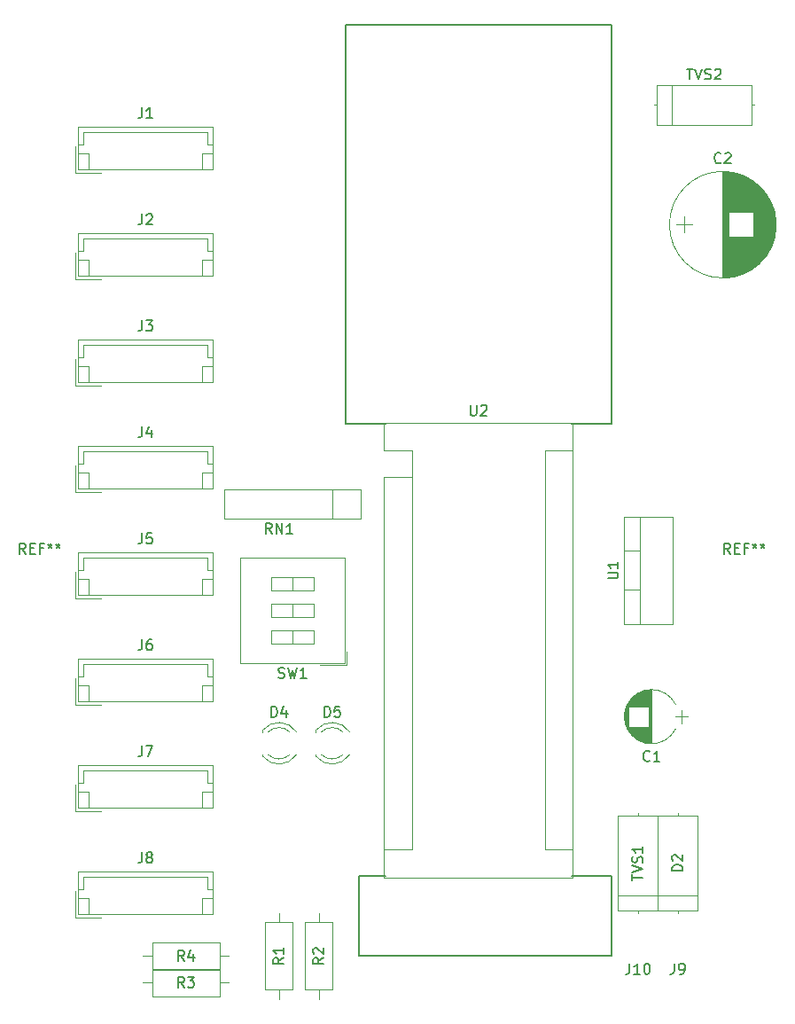
<source format=gto>
G04 #@! TF.FileFunction,Legend,Top*
%FSLAX46Y46*%
G04 Gerber Fmt 4.6, Leading zero omitted, Abs format (unit mm)*
G04 Created by KiCad (PCBNEW 4.0.7) date 03/08/18 20:01:15*
%MOMM*%
%LPD*%
G01*
G04 APERTURE LIST*
%ADD10C,0.200000*%
%ADD11C,0.150000*%
%ADD12C,0.120000*%
G04 APERTURE END LIST*
D10*
D11*
X189230000Y-156210000D02*
X187960000Y-156210000D01*
X187960000Y-148590000D02*
X189230000Y-148590000D01*
X187960000Y-67310000D02*
X189230000Y-67310000D01*
X163830000Y-67310000D02*
X166370000Y-67310000D01*
X166370000Y-105410000D02*
X163830000Y-105410000D01*
X187960000Y-105410000D02*
X189230000Y-105410000D01*
X185420000Y-148590000D02*
X187960000Y-148590000D01*
X189230000Y-148590000D02*
X189230000Y-156210000D01*
X187960000Y-156210000D02*
X165100000Y-156210000D01*
X165100000Y-156210000D02*
X165100000Y-148590000D01*
X165100000Y-148590000D02*
X167640000Y-148590000D01*
X185420000Y-105410000D02*
X187960000Y-105410000D01*
X189230000Y-105410000D02*
X189230000Y-67310000D01*
X187960000Y-67310000D02*
X166370000Y-67310000D01*
X163830000Y-67310000D02*
X163830000Y-105410000D01*
X166370000Y-105410000D02*
X167640000Y-105410000D01*
D12*
X170180000Y-110490000D02*
X170180000Y-107950000D01*
X170180000Y-107950000D02*
X167510000Y-107950000D01*
X167510000Y-110490000D02*
X167510000Y-148720000D01*
X167510000Y-105280000D02*
X167510000Y-107950000D01*
X182880000Y-107950000D02*
X185550000Y-107950000D01*
X182880000Y-107950000D02*
X182880000Y-146050000D01*
X182880000Y-146050000D02*
X185550000Y-146050000D01*
X170180000Y-110490000D02*
X167510000Y-110490000D01*
X170180000Y-110490000D02*
X170180000Y-146050000D01*
X170180000Y-146050000D02*
X167510000Y-146050000D01*
X167510000Y-148720000D02*
X185550000Y-148720000D01*
X185550000Y-148720000D02*
X185550000Y-105280000D01*
X185550000Y-105280000D02*
X167510000Y-105280000D01*
X190420000Y-124500000D02*
X190420000Y-114260000D01*
X195061000Y-124500000D02*
X195061000Y-114260000D01*
X190420000Y-124500000D02*
X195061000Y-124500000D01*
X190420000Y-114260000D02*
X195061000Y-114260000D01*
X191930000Y-124500000D02*
X191930000Y-114260000D01*
X190420000Y-121230000D02*
X191930000Y-121230000D01*
X190420000Y-117529000D02*
X191930000Y-117529000D01*
X193670000Y-151830000D02*
X197490000Y-151830000D01*
X197490000Y-151830000D02*
X197490000Y-142810000D01*
X197490000Y-142810000D02*
X193670000Y-142810000D01*
X193670000Y-142810000D02*
X193670000Y-151830000D01*
X195580000Y-152090000D02*
X195580000Y-151830000D01*
X195580000Y-142550000D02*
X195580000Y-142810000D01*
X193670000Y-150435000D02*
X197490000Y-150435000D01*
X204960000Y-86360000D02*
G75*
G03X204960000Y-86360000I-5090000J0D01*
G01*
X199870000Y-81310000D02*
X199870000Y-91410000D01*
X199910000Y-81310000D02*
X199910000Y-91410000D01*
X199950000Y-81310000D02*
X199950000Y-91410000D01*
X199990000Y-81311000D02*
X199990000Y-91409000D01*
X200030000Y-81312000D02*
X200030000Y-91408000D01*
X200070000Y-81313000D02*
X200070000Y-91407000D01*
X200110000Y-81315000D02*
X200110000Y-91405000D01*
X200150000Y-81317000D02*
X200150000Y-91403000D01*
X200190000Y-81320000D02*
X200190000Y-91400000D01*
X200230000Y-81322000D02*
X200230000Y-91398000D01*
X200270000Y-81325000D02*
X200270000Y-91395000D01*
X200310000Y-81329000D02*
X200310000Y-91391000D01*
X200350000Y-81332000D02*
X200350000Y-91388000D01*
X200390000Y-81336000D02*
X200390000Y-91384000D01*
X200430000Y-81340000D02*
X200430000Y-91380000D01*
X200470000Y-81345000D02*
X200470000Y-85179000D01*
X200470000Y-87541000D02*
X200470000Y-91375000D01*
X200510000Y-81350000D02*
X200510000Y-85179000D01*
X200510000Y-87541000D02*
X200510000Y-91370000D01*
X200550000Y-81355000D02*
X200550000Y-85179000D01*
X200550000Y-87541000D02*
X200550000Y-91365000D01*
X200591000Y-81361000D02*
X200591000Y-85179000D01*
X200591000Y-87541000D02*
X200591000Y-91359000D01*
X200631000Y-81367000D02*
X200631000Y-85179000D01*
X200631000Y-87541000D02*
X200631000Y-91353000D01*
X200671000Y-81373000D02*
X200671000Y-85179000D01*
X200671000Y-87541000D02*
X200671000Y-91347000D01*
X200711000Y-81379000D02*
X200711000Y-85179000D01*
X200711000Y-87541000D02*
X200711000Y-91341000D01*
X200751000Y-81386000D02*
X200751000Y-85179000D01*
X200751000Y-87541000D02*
X200751000Y-91334000D01*
X200791000Y-81393000D02*
X200791000Y-85179000D01*
X200791000Y-87541000D02*
X200791000Y-91327000D01*
X200831000Y-81401000D02*
X200831000Y-85179000D01*
X200831000Y-87541000D02*
X200831000Y-91319000D01*
X200871000Y-81409000D02*
X200871000Y-85179000D01*
X200871000Y-87541000D02*
X200871000Y-91311000D01*
X200911000Y-81417000D02*
X200911000Y-85179000D01*
X200911000Y-87541000D02*
X200911000Y-91303000D01*
X200951000Y-81425000D02*
X200951000Y-85179000D01*
X200951000Y-87541000D02*
X200951000Y-91295000D01*
X200991000Y-81434000D02*
X200991000Y-85179000D01*
X200991000Y-87541000D02*
X200991000Y-91286000D01*
X201031000Y-81443000D02*
X201031000Y-85179000D01*
X201031000Y-87541000D02*
X201031000Y-91277000D01*
X201071000Y-81453000D02*
X201071000Y-85179000D01*
X201071000Y-87541000D02*
X201071000Y-91267000D01*
X201111000Y-81463000D02*
X201111000Y-85179000D01*
X201111000Y-87541000D02*
X201111000Y-91257000D01*
X201151000Y-81473000D02*
X201151000Y-85179000D01*
X201151000Y-87541000D02*
X201151000Y-91247000D01*
X201191000Y-81484000D02*
X201191000Y-85179000D01*
X201191000Y-87541000D02*
X201191000Y-91236000D01*
X201231000Y-81495000D02*
X201231000Y-85179000D01*
X201231000Y-87541000D02*
X201231000Y-91225000D01*
X201271000Y-81506000D02*
X201271000Y-85179000D01*
X201271000Y-87541000D02*
X201271000Y-91214000D01*
X201311000Y-81517000D02*
X201311000Y-85179000D01*
X201311000Y-87541000D02*
X201311000Y-91203000D01*
X201351000Y-81529000D02*
X201351000Y-85179000D01*
X201351000Y-87541000D02*
X201351000Y-91191000D01*
X201391000Y-81542000D02*
X201391000Y-85179000D01*
X201391000Y-87541000D02*
X201391000Y-91178000D01*
X201431000Y-81554000D02*
X201431000Y-85179000D01*
X201431000Y-87541000D02*
X201431000Y-91166000D01*
X201471000Y-81568000D02*
X201471000Y-85179000D01*
X201471000Y-87541000D02*
X201471000Y-91152000D01*
X201511000Y-81581000D02*
X201511000Y-85179000D01*
X201511000Y-87541000D02*
X201511000Y-91139000D01*
X201551000Y-81595000D02*
X201551000Y-85179000D01*
X201551000Y-87541000D02*
X201551000Y-91125000D01*
X201591000Y-81609000D02*
X201591000Y-85179000D01*
X201591000Y-87541000D02*
X201591000Y-91111000D01*
X201631000Y-81623000D02*
X201631000Y-85179000D01*
X201631000Y-87541000D02*
X201631000Y-91097000D01*
X201671000Y-81638000D02*
X201671000Y-85179000D01*
X201671000Y-87541000D02*
X201671000Y-91082000D01*
X201711000Y-81654000D02*
X201711000Y-85179000D01*
X201711000Y-87541000D02*
X201711000Y-91066000D01*
X201751000Y-81669000D02*
X201751000Y-85179000D01*
X201751000Y-87541000D02*
X201751000Y-91051000D01*
X201791000Y-81686000D02*
X201791000Y-85179000D01*
X201791000Y-87541000D02*
X201791000Y-91034000D01*
X201831000Y-81702000D02*
X201831000Y-85179000D01*
X201831000Y-87541000D02*
X201831000Y-91018000D01*
X201871000Y-81719000D02*
X201871000Y-85179000D01*
X201871000Y-87541000D02*
X201871000Y-91001000D01*
X201911000Y-81736000D02*
X201911000Y-85179000D01*
X201911000Y-87541000D02*
X201911000Y-90984000D01*
X201951000Y-81754000D02*
X201951000Y-85179000D01*
X201951000Y-87541000D02*
X201951000Y-90966000D01*
X201991000Y-81772000D02*
X201991000Y-85179000D01*
X201991000Y-87541000D02*
X201991000Y-90948000D01*
X202031000Y-81791000D02*
X202031000Y-85179000D01*
X202031000Y-87541000D02*
X202031000Y-90929000D01*
X202071000Y-81810000D02*
X202071000Y-85179000D01*
X202071000Y-87541000D02*
X202071000Y-90910000D01*
X202111000Y-81829000D02*
X202111000Y-85179000D01*
X202111000Y-87541000D02*
X202111000Y-90891000D01*
X202151000Y-81849000D02*
X202151000Y-85179000D01*
X202151000Y-87541000D02*
X202151000Y-90871000D01*
X202191000Y-81869000D02*
X202191000Y-85179000D01*
X202191000Y-87541000D02*
X202191000Y-90851000D01*
X202231000Y-81890000D02*
X202231000Y-85179000D01*
X202231000Y-87541000D02*
X202231000Y-90830000D01*
X202271000Y-81911000D02*
X202271000Y-85179000D01*
X202271000Y-87541000D02*
X202271000Y-90809000D01*
X202311000Y-81932000D02*
X202311000Y-85179000D01*
X202311000Y-87541000D02*
X202311000Y-90788000D01*
X202351000Y-81955000D02*
X202351000Y-85179000D01*
X202351000Y-87541000D02*
X202351000Y-90765000D01*
X202391000Y-81977000D02*
X202391000Y-85179000D01*
X202391000Y-87541000D02*
X202391000Y-90743000D01*
X202431000Y-82000000D02*
X202431000Y-85179000D01*
X202431000Y-87541000D02*
X202431000Y-90720000D01*
X202471000Y-82024000D02*
X202471000Y-85179000D01*
X202471000Y-87541000D02*
X202471000Y-90696000D01*
X202511000Y-82048000D02*
X202511000Y-85179000D01*
X202511000Y-87541000D02*
X202511000Y-90672000D01*
X202551000Y-82072000D02*
X202551000Y-85179000D01*
X202551000Y-87541000D02*
X202551000Y-90648000D01*
X202591000Y-82097000D02*
X202591000Y-85179000D01*
X202591000Y-87541000D02*
X202591000Y-90623000D01*
X202631000Y-82123000D02*
X202631000Y-85179000D01*
X202631000Y-87541000D02*
X202631000Y-90597000D01*
X202671000Y-82149000D02*
X202671000Y-85179000D01*
X202671000Y-87541000D02*
X202671000Y-90571000D01*
X202711000Y-82175000D02*
X202711000Y-85179000D01*
X202711000Y-87541000D02*
X202711000Y-90545000D01*
X202751000Y-82203000D02*
X202751000Y-85179000D01*
X202751000Y-87541000D02*
X202751000Y-90517000D01*
X202791000Y-82230000D02*
X202791000Y-85179000D01*
X202791000Y-87541000D02*
X202791000Y-90490000D01*
X202831000Y-82259000D02*
X202831000Y-90461000D01*
X202871000Y-82288000D02*
X202871000Y-90432000D01*
X202911000Y-82317000D02*
X202911000Y-90403000D01*
X202951000Y-82347000D02*
X202951000Y-90373000D01*
X202991000Y-82378000D02*
X202991000Y-90342000D01*
X203031000Y-82409000D02*
X203031000Y-90311000D01*
X203071000Y-82441000D02*
X203071000Y-90279000D01*
X203111000Y-82474000D02*
X203111000Y-90246000D01*
X203151000Y-82507000D02*
X203151000Y-90213000D01*
X203191000Y-82541000D02*
X203191000Y-90179000D01*
X203231000Y-82576000D02*
X203231000Y-90144000D01*
X203271000Y-82612000D02*
X203271000Y-90108000D01*
X203311000Y-82648000D02*
X203311000Y-90072000D01*
X203351000Y-82685000D02*
X203351000Y-90035000D01*
X203391000Y-82723000D02*
X203391000Y-89997000D01*
X203431000Y-82762000D02*
X203431000Y-89958000D01*
X203471000Y-82801000D02*
X203471000Y-89919000D01*
X203511000Y-82842000D02*
X203511000Y-89878000D01*
X203551000Y-82883000D02*
X203551000Y-89837000D01*
X203591000Y-82925000D02*
X203591000Y-89795000D01*
X203631000Y-82969000D02*
X203631000Y-89751000D01*
X203671000Y-83013000D02*
X203671000Y-89707000D01*
X203711000Y-83058000D02*
X203711000Y-89662000D01*
X203751000Y-83105000D02*
X203751000Y-89615000D01*
X203791000Y-83153000D02*
X203791000Y-89567000D01*
X203831000Y-83202000D02*
X203831000Y-89518000D01*
X203871000Y-83252000D02*
X203871000Y-89468000D01*
X203911000Y-83303000D02*
X203911000Y-89417000D01*
X203951000Y-83356000D02*
X203951000Y-89364000D01*
X203991000Y-83411000D02*
X203991000Y-89309000D01*
X204031000Y-83466000D02*
X204031000Y-89254000D01*
X204071000Y-83524000D02*
X204071000Y-89196000D01*
X204111000Y-83583000D02*
X204111000Y-89137000D01*
X204151000Y-83645000D02*
X204151000Y-89075000D01*
X204191000Y-83708000D02*
X204191000Y-89012000D01*
X204231000Y-83773000D02*
X204231000Y-88947000D01*
X204271000Y-83841000D02*
X204271000Y-88879000D01*
X204311000Y-83911000D02*
X204311000Y-88809000D01*
X204351000Y-83983000D02*
X204351000Y-88737000D01*
X204391000Y-84059000D02*
X204391000Y-88661000D01*
X204431000Y-84138000D02*
X204431000Y-88582000D01*
X204471000Y-84220000D02*
X204471000Y-88500000D01*
X204511000Y-84307000D02*
X204511000Y-88413000D01*
X204551000Y-84398000D02*
X204551000Y-88322000D01*
X204591000Y-84494000D02*
X204591000Y-88226000D01*
X204631000Y-84597000D02*
X204631000Y-88123000D01*
X204671000Y-84706000D02*
X204671000Y-88014000D01*
X204711000Y-84824000D02*
X204711000Y-87896000D01*
X204751000Y-84953000D02*
X204751000Y-87767000D01*
X204791000Y-85095000D02*
X204791000Y-87625000D01*
X204831000Y-85256000D02*
X204831000Y-87464000D01*
X204871000Y-85447000D02*
X204871000Y-87273000D01*
X204911000Y-85688000D02*
X204911000Y-87032000D01*
X204951000Y-86081000D02*
X204951000Y-86639000D01*
X195420000Y-86360000D02*
X196920000Y-86360000D01*
X196170000Y-85610000D02*
X196170000Y-87110000D01*
X165270000Y-114430000D02*
X165270000Y-111630000D01*
X165270000Y-111630000D02*
X152230000Y-111630000D01*
X152230000Y-111630000D02*
X152230000Y-114430000D01*
X152230000Y-114430000D02*
X165270000Y-114430000D01*
X162560000Y-114430000D02*
X162560000Y-111630000D01*
X159152335Y-134811392D02*
G75*
G03X155920000Y-134654484I-1672335J-1078608D01*
G01*
X159152335Y-136968608D02*
G75*
G02X155920000Y-137125516I-1672335J1078608D01*
G01*
X158521130Y-134810163D02*
G75*
G03X156439039Y-134810000I-1041130J-1079837D01*
G01*
X158521130Y-136969837D02*
G75*
G02X156439039Y-136970000I-1041130J1079837D01*
G01*
X155920000Y-134654000D02*
X155920000Y-134810000D01*
X155920000Y-136970000D02*
X155920000Y-137126000D01*
X164232335Y-134811392D02*
G75*
G03X161000000Y-134654484I-1672335J-1078608D01*
G01*
X164232335Y-136968608D02*
G75*
G02X161000000Y-137125516I-1672335J1078608D01*
G01*
X163601130Y-134810163D02*
G75*
G03X161519039Y-134810000I-1041130J-1079837D01*
G01*
X163601130Y-136969837D02*
G75*
G02X161519039Y-136970000I-1041130J1079837D01*
G01*
X161000000Y-134654000D02*
X161000000Y-134810000D01*
X161000000Y-136970000D02*
X161000000Y-137126000D01*
X156170000Y-159420000D02*
X158790000Y-159420000D01*
X158790000Y-159420000D02*
X158790000Y-153000000D01*
X158790000Y-153000000D02*
X156170000Y-153000000D01*
X156170000Y-153000000D02*
X156170000Y-159420000D01*
X157480000Y-160310000D02*
X157480000Y-159420000D01*
X157480000Y-152110000D02*
X157480000Y-153000000D01*
X159980000Y-159420000D02*
X162600000Y-159420000D01*
X162600000Y-159420000D02*
X162600000Y-153000000D01*
X162600000Y-153000000D02*
X159980000Y-153000000D01*
X159980000Y-153000000D02*
X159980000Y-159420000D01*
X161290000Y-160310000D02*
X161290000Y-159420000D01*
X161290000Y-152110000D02*
X161290000Y-153000000D01*
X190754278Y-134529723D02*
G75*
G03X195365580Y-134530000I2305722J1179723D01*
G01*
X190754278Y-132170277D02*
G75*
G02X195365580Y-132170000I2305722J-1179723D01*
G01*
X190754278Y-132170277D02*
G75*
G03X190754420Y-134530000I2305722J-1179723D01*
G01*
X193060000Y-135900000D02*
X193060000Y-130800000D01*
X193020000Y-135900000D02*
X193020000Y-130800000D01*
X192980000Y-135899000D02*
X192980000Y-130801000D01*
X192940000Y-135898000D02*
X192940000Y-130802000D01*
X192900000Y-135896000D02*
X192900000Y-130804000D01*
X192860000Y-135893000D02*
X192860000Y-130807000D01*
X192820000Y-135889000D02*
X192820000Y-130811000D01*
X192780000Y-135885000D02*
X192780000Y-134330000D01*
X192780000Y-132370000D02*
X192780000Y-130815000D01*
X192740000Y-135881000D02*
X192740000Y-134330000D01*
X192740000Y-132370000D02*
X192740000Y-130819000D01*
X192700000Y-135875000D02*
X192700000Y-134330000D01*
X192700000Y-132370000D02*
X192700000Y-130825000D01*
X192660000Y-135869000D02*
X192660000Y-134330000D01*
X192660000Y-132370000D02*
X192660000Y-130831000D01*
X192620000Y-135863000D02*
X192620000Y-134330000D01*
X192620000Y-132370000D02*
X192620000Y-130837000D01*
X192580000Y-135856000D02*
X192580000Y-134330000D01*
X192580000Y-132370000D02*
X192580000Y-130844000D01*
X192540000Y-135848000D02*
X192540000Y-134330000D01*
X192540000Y-132370000D02*
X192540000Y-130852000D01*
X192500000Y-135839000D02*
X192500000Y-134330000D01*
X192500000Y-132370000D02*
X192500000Y-130861000D01*
X192460000Y-135830000D02*
X192460000Y-134330000D01*
X192460000Y-132370000D02*
X192460000Y-130870000D01*
X192420000Y-135820000D02*
X192420000Y-134330000D01*
X192420000Y-132370000D02*
X192420000Y-130880000D01*
X192380000Y-135810000D02*
X192380000Y-134330000D01*
X192380000Y-132370000D02*
X192380000Y-130890000D01*
X192339000Y-135798000D02*
X192339000Y-134330000D01*
X192339000Y-132370000D02*
X192339000Y-130902000D01*
X192299000Y-135786000D02*
X192299000Y-134330000D01*
X192299000Y-132370000D02*
X192299000Y-130914000D01*
X192259000Y-135774000D02*
X192259000Y-134330000D01*
X192259000Y-132370000D02*
X192259000Y-130926000D01*
X192219000Y-135760000D02*
X192219000Y-134330000D01*
X192219000Y-132370000D02*
X192219000Y-130940000D01*
X192179000Y-135746000D02*
X192179000Y-134330000D01*
X192179000Y-132370000D02*
X192179000Y-130954000D01*
X192139000Y-135732000D02*
X192139000Y-134330000D01*
X192139000Y-132370000D02*
X192139000Y-130968000D01*
X192099000Y-135716000D02*
X192099000Y-134330000D01*
X192099000Y-132370000D02*
X192099000Y-130984000D01*
X192059000Y-135700000D02*
X192059000Y-134330000D01*
X192059000Y-132370000D02*
X192059000Y-131000000D01*
X192019000Y-135683000D02*
X192019000Y-134330000D01*
X192019000Y-132370000D02*
X192019000Y-131017000D01*
X191979000Y-135665000D02*
X191979000Y-134330000D01*
X191979000Y-132370000D02*
X191979000Y-131035000D01*
X191939000Y-135646000D02*
X191939000Y-134330000D01*
X191939000Y-132370000D02*
X191939000Y-131054000D01*
X191899000Y-135626000D02*
X191899000Y-134330000D01*
X191899000Y-132370000D02*
X191899000Y-131074000D01*
X191859000Y-135606000D02*
X191859000Y-134330000D01*
X191859000Y-132370000D02*
X191859000Y-131094000D01*
X191819000Y-135584000D02*
X191819000Y-134330000D01*
X191819000Y-132370000D02*
X191819000Y-131116000D01*
X191779000Y-135562000D02*
X191779000Y-134330000D01*
X191779000Y-132370000D02*
X191779000Y-131138000D01*
X191739000Y-135539000D02*
X191739000Y-134330000D01*
X191739000Y-132370000D02*
X191739000Y-131161000D01*
X191699000Y-135515000D02*
X191699000Y-134330000D01*
X191699000Y-132370000D02*
X191699000Y-131185000D01*
X191659000Y-135490000D02*
X191659000Y-134330000D01*
X191659000Y-132370000D02*
X191659000Y-131210000D01*
X191619000Y-135463000D02*
X191619000Y-134330000D01*
X191619000Y-132370000D02*
X191619000Y-131237000D01*
X191579000Y-135436000D02*
X191579000Y-134330000D01*
X191579000Y-132370000D02*
X191579000Y-131264000D01*
X191539000Y-135408000D02*
X191539000Y-134330000D01*
X191539000Y-132370000D02*
X191539000Y-131292000D01*
X191499000Y-135378000D02*
X191499000Y-134330000D01*
X191499000Y-132370000D02*
X191499000Y-131322000D01*
X191459000Y-135347000D02*
X191459000Y-134330000D01*
X191459000Y-132370000D02*
X191459000Y-131353000D01*
X191419000Y-135315000D02*
X191419000Y-134330000D01*
X191419000Y-132370000D02*
X191419000Y-131385000D01*
X191379000Y-135282000D02*
X191379000Y-134330000D01*
X191379000Y-132370000D02*
X191379000Y-131418000D01*
X191339000Y-135247000D02*
X191339000Y-134330000D01*
X191339000Y-132370000D02*
X191339000Y-131453000D01*
X191299000Y-135211000D02*
X191299000Y-134330000D01*
X191299000Y-132370000D02*
X191299000Y-131489000D01*
X191259000Y-135173000D02*
X191259000Y-134330000D01*
X191259000Y-132370000D02*
X191259000Y-131527000D01*
X191219000Y-135133000D02*
X191219000Y-134330000D01*
X191219000Y-132370000D02*
X191219000Y-131567000D01*
X191179000Y-135092000D02*
X191179000Y-134330000D01*
X191179000Y-132370000D02*
X191179000Y-131608000D01*
X191139000Y-135049000D02*
X191139000Y-134330000D01*
X191139000Y-132370000D02*
X191139000Y-131651000D01*
X191099000Y-135004000D02*
X191099000Y-134330000D01*
X191099000Y-132370000D02*
X191099000Y-131696000D01*
X191059000Y-134956000D02*
X191059000Y-134330000D01*
X191059000Y-132370000D02*
X191059000Y-131744000D01*
X191019000Y-134906000D02*
X191019000Y-134330000D01*
X191019000Y-132370000D02*
X191019000Y-131794000D01*
X190979000Y-134854000D02*
X190979000Y-134330000D01*
X190979000Y-132370000D02*
X190979000Y-131846000D01*
X190939000Y-134798000D02*
X190939000Y-134330000D01*
X190939000Y-132370000D02*
X190939000Y-131902000D01*
X190899000Y-134740000D02*
X190899000Y-134330000D01*
X190899000Y-132370000D02*
X190899000Y-131960000D01*
X190859000Y-134677000D02*
X190859000Y-134330000D01*
X190859000Y-132370000D02*
X190859000Y-132023000D01*
X190819000Y-134611000D02*
X190819000Y-132089000D01*
X190779000Y-134539000D02*
X190779000Y-132161000D01*
X190739000Y-134462000D02*
X190739000Y-132238000D01*
X190699000Y-134378000D02*
X190699000Y-132322000D01*
X190659000Y-134284000D02*
X190659000Y-132416000D01*
X190619000Y-134179000D02*
X190619000Y-132521000D01*
X190579000Y-134057000D02*
X190579000Y-132643000D01*
X190539000Y-133909000D02*
X190539000Y-132791000D01*
X190499000Y-133704000D02*
X190499000Y-132996000D01*
X196510000Y-133350000D02*
X195310000Y-133350000D01*
X195910000Y-134000000D02*
X195910000Y-132700000D01*
X145380000Y-157440000D02*
X145380000Y-160060000D01*
X145380000Y-160060000D02*
X151800000Y-160060000D01*
X151800000Y-160060000D02*
X151800000Y-157440000D01*
X151800000Y-157440000D02*
X145380000Y-157440000D01*
X144490000Y-158750000D02*
X145380000Y-158750000D01*
X152690000Y-158750000D02*
X151800000Y-158750000D01*
X145380000Y-154900000D02*
X145380000Y-157520000D01*
X145380000Y-157520000D02*
X151800000Y-157520000D01*
X151800000Y-157520000D02*
X151800000Y-154900000D01*
X151800000Y-154900000D02*
X145380000Y-154900000D01*
X144490000Y-156210000D02*
X145380000Y-156210000D01*
X152690000Y-156210000D02*
X151800000Y-156210000D01*
X189860000Y-151830000D02*
X193680000Y-151830000D01*
X193680000Y-151830000D02*
X193680000Y-142810000D01*
X193680000Y-142810000D02*
X189860000Y-142810000D01*
X189860000Y-142810000D02*
X189860000Y-151830000D01*
X191770000Y-152090000D02*
X191770000Y-151830000D01*
X191770000Y-142550000D02*
X191770000Y-142810000D01*
X189860000Y-150435000D02*
X193680000Y-150435000D01*
X193610000Y-73020000D02*
X193610000Y-76840000D01*
X193610000Y-76840000D02*
X202630000Y-76840000D01*
X202630000Y-76840000D02*
X202630000Y-73020000D01*
X202630000Y-73020000D02*
X193610000Y-73020000D01*
X193350000Y-74930000D02*
X193610000Y-74930000D01*
X202890000Y-74930000D02*
X202630000Y-74930000D01*
X195005000Y-73020000D02*
X195005000Y-76840000D01*
X163960000Y-128410000D02*
X163960000Y-127140000D01*
X163960000Y-128410000D02*
X161420000Y-128410000D01*
X163760000Y-128210000D02*
X153740000Y-128210000D01*
X153740000Y-128210000D02*
X153740000Y-118170000D01*
X153740000Y-118170000D02*
X163760000Y-118170000D01*
X163760000Y-118170000D02*
X163760000Y-128210000D01*
X160780000Y-126365000D02*
X160780000Y-125095000D01*
X160780000Y-125095000D02*
X156720000Y-125095000D01*
X156720000Y-125095000D02*
X156720000Y-126365000D01*
X156720000Y-126365000D02*
X160780000Y-126365000D01*
X158750000Y-126365000D02*
X158750000Y-125095000D01*
X160780000Y-123825000D02*
X160780000Y-122555000D01*
X160780000Y-122555000D02*
X156720000Y-122555000D01*
X156720000Y-122555000D02*
X156720000Y-123825000D01*
X156720000Y-123825000D02*
X160780000Y-123825000D01*
X158750000Y-123825000D02*
X158750000Y-122555000D01*
X160780000Y-121285000D02*
X160780000Y-120015000D01*
X160780000Y-120015000D02*
X156720000Y-120015000D01*
X156720000Y-120015000D02*
X156720000Y-121285000D01*
X156720000Y-121285000D02*
X160780000Y-121285000D01*
X158750000Y-121285000D02*
X158750000Y-120015000D01*
X138320000Y-76990000D02*
X138320000Y-81090000D01*
X138320000Y-81090000D02*
X151120000Y-81090000D01*
X151120000Y-81090000D02*
X151120000Y-76990000D01*
X151120000Y-76990000D02*
X138320000Y-76990000D01*
X138320000Y-78740000D02*
X138820000Y-78740000D01*
X138820000Y-78740000D02*
X138820000Y-77490000D01*
X138820000Y-77490000D02*
X150620000Y-77490000D01*
X150620000Y-77490000D02*
X150620000Y-78740000D01*
X150620000Y-78740000D02*
X151120000Y-78740000D01*
X138320000Y-79590000D02*
X139320000Y-79590000D01*
X139320000Y-79590000D02*
X139320000Y-81090000D01*
X151120000Y-79590000D02*
X150120000Y-79590000D01*
X150120000Y-79590000D02*
X150120000Y-81090000D01*
X138020000Y-78890000D02*
X138020000Y-81390000D01*
X138020000Y-81390000D02*
X140520000Y-81390000D01*
X138320000Y-87150000D02*
X138320000Y-91250000D01*
X138320000Y-91250000D02*
X151120000Y-91250000D01*
X151120000Y-91250000D02*
X151120000Y-87150000D01*
X151120000Y-87150000D02*
X138320000Y-87150000D01*
X138320000Y-88900000D02*
X138820000Y-88900000D01*
X138820000Y-88900000D02*
X138820000Y-87650000D01*
X138820000Y-87650000D02*
X150620000Y-87650000D01*
X150620000Y-87650000D02*
X150620000Y-88900000D01*
X150620000Y-88900000D02*
X151120000Y-88900000D01*
X138320000Y-89750000D02*
X139320000Y-89750000D01*
X139320000Y-89750000D02*
X139320000Y-91250000D01*
X151120000Y-89750000D02*
X150120000Y-89750000D01*
X150120000Y-89750000D02*
X150120000Y-91250000D01*
X138020000Y-89050000D02*
X138020000Y-91550000D01*
X138020000Y-91550000D02*
X140520000Y-91550000D01*
X138320000Y-97310000D02*
X138320000Y-101410000D01*
X138320000Y-101410000D02*
X151120000Y-101410000D01*
X151120000Y-101410000D02*
X151120000Y-97310000D01*
X151120000Y-97310000D02*
X138320000Y-97310000D01*
X138320000Y-99060000D02*
X138820000Y-99060000D01*
X138820000Y-99060000D02*
X138820000Y-97810000D01*
X138820000Y-97810000D02*
X150620000Y-97810000D01*
X150620000Y-97810000D02*
X150620000Y-99060000D01*
X150620000Y-99060000D02*
X151120000Y-99060000D01*
X138320000Y-99910000D02*
X139320000Y-99910000D01*
X139320000Y-99910000D02*
X139320000Y-101410000D01*
X151120000Y-99910000D02*
X150120000Y-99910000D01*
X150120000Y-99910000D02*
X150120000Y-101410000D01*
X138020000Y-99210000D02*
X138020000Y-101710000D01*
X138020000Y-101710000D02*
X140520000Y-101710000D01*
X138320000Y-107470000D02*
X138320000Y-111570000D01*
X138320000Y-111570000D02*
X151120000Y-111570000D01*
X151120000Y-111570000D02*
X151120000Y-107470000D01*
X151120000Y-107470000D02*
X138320000Y-107470000D01*
X138320000Y-109220000D02*
X138820000Y-109220000D01*
X138820000Y-109220000D02*
X138820000Y-107970000D01*
X138820000Y-107970000D02*
X150620000Y-107970000D01*
X150620000Y-107970000D02*
X150620000Y-109220000D01*
X150620000Y-109220000D02*
X151120000Y-109220000D01*
X138320000Y-110070000D02*
X139320000Y-110070000D01*
X139320000Y-110070000D02*
X139320000Y-111570000D01*
X151120000Y-110070000D02*
X150120000Y-110070000D01*
X150120000Y-110070000D02*
X150120000Y-111570000D01*
X138020000Y-109370000D02*
X138020000Y-111870000D01*
X138020000Y-111870000D02*
X140520000Y-111870000D01*
X138320000Y-117630000D02*
X138320000Y-121730000D01*
X138320000Y-121730000D02*
X151120000Y-121730000D01*
X151120000Y-121730000D02*
X151120000Y-117630000D01*
X151120000Y-117630000D02*
X138320000Y-117630000D01*
X138320000Y-119380000D02*
X138820000Y-119380000D01*
X138820000Y-119380000D02*
X138820000Y-118130000D01*
X138820000Y-118130000D02*
X150620000Y-118130000D01*
X150620000Y-118130000D02*
X150620000Y-119380000D01*
X150620000Y-119380000D02*
X151120000Y-119380000D01*
X138320000Y-120230000D02*
X139320000Y-120230000D01*
X139320000Y-120230000D02*
X139320000Y-121730000D01*
X151120000Y-120230000D02*
X150120000Y-120230000D01*
X150120000Y-120230000D02*
X150120000Y-121730000D01*
X138020000Y-119530000D02*
X138020000Y-122030000D01*
X138020000Y-122030000D02*
X140520000Y-122030000D01*
X138320000Y-127790000D02*
X138320000Y-131890000D01*
X138320000Y-131890000D02*
X151120000Y-131890000D01*
X151120000Y-131890000D02*
X151120000Y-127790000D01*
X151120000Y-127790000D02*
X138320000Y-127790000D01*
X138320000Y-129540000D02*
X138820000Y-129540000D01*
X138820000Y-129540000D02*
X138820000Y-128290000D01*
X138820000Y-128290000D02*
X150620000Y-128290000D01*
X150620000Y-128290000D02*
X150620000Y-129540000D01*
X150620000Y-129540000D02*
X151120000Y-129540000D01*
X138320000Y-130390000D02*
X139320000Y-130390000D01*
X139320000Y-130390000D02*
X139320000Y-131890000D01*
X151120000Y-130390000D02*
X150120000Y-130390000D01*
X150120000Y-130390000D02*
X150120000Y-131890000D01*
X138020000Y-129690000D02*
X138020000Y-132190000D01*
X138020000Y-132190000D02*
X140520000Y-132190000D01*
X138320000Y-148110000D02*
X138320000Y-152210000D01*
X138320000Y-152210000D02*
X151120000Y-152210000D01*
X151120000Y-152210000D02*
X151120000Y-148110000D01*
X151120000Y-148110000D02*
X138320000Y-148110000D01*
X138320000Y-149860000D02*
X138820000Y-149860000D01*
X138820000Y-149860000D02*
X138820000Y-148610000D01*
X138820000Y-148610000D02*
X150620000Y-148610000D01*
X150620000Y-148610000D02*
X150620000Y-149860000D01*
X150620000Y-149860000D02*
X151120000Y-149860000D01*
X138320000Y-150710000D02*
X139320000Y-150710000D01*
X139320000Y-150710000D02*
X139320000Y-152210000D01*
X151120000Y-150710000D02*
X150120000Y-150710000D01*
X150120000Y-150710000D02*
X150120000Y-152210000D01*
X138020000Y-150010000D02*
X138020000Y-152510000D01*
X138020000Y-152510000D02*
X140520000Y-152510000D01*
X138320000Y-137950000D02*
X138320000Y-142050000D01*
X138320000Y-142050000D02*
X151120000Y-142050000D01*
X151120000Y-142050000D02*
X151120000Y-137950000D01*
X151120000Y-137950000D02*
X138320000Y-137950000D01*
X138320000Y-139700000D02*
X138820000Y-139700000D01*
X138820000Y-139700000D02*
X138820000Y-138450000D01*
X138820000Y-138450000D02*
X150620000Y-138450000D01*
X150620000Y-138450000D02*
X150620000Y-139700000D01*
X150620000Y-139700000D02*
X151120000Y-139700000D01*
X138320000Y-140550000D02*
X139320000Y-140550000D01*
X139320000Y-140550000D02*
X139320000Y-142050000D01*
X151120000Y-140550000D02*
X150120000Y-140550000D01*
X150120000Y-140550000D02*
X150120000Y-142050000D01*
X138020000Y-139850000D02*
X138020000Y-142350000D01*
X138020000Y-142350000D02*
X140520000Y-142350000D01*
D11*
X175768095Y-103592381D02*
X175768095Y-104401905D01*
X175815714Y-104497143D01*
X175863333Y-104544762D01*
X175958571Y-104592381D01*
X176149048Y-104592381D01*
X176244286Y-104544762D01*
X176291905Y-104497143D01*
X176339524Y-104401905D01*
X176339524Y-103592381D01*
X176768095Y-103687619D02*
X176815714Y-103640000D01*
X176910952Y-103592381D01*
X177149048Y-103592381D01*
X177244286Y-103640000D01*
X177291905Y-103687619D01*
X177339524Y-103782857D01*
X177339524Y-103878095D01*
X177291905Y-104020952D01*
X176720476Y-104592381D01*
X177339524Y-104592381D01*
X188872381Y-120141905D02*
X189681905Y-120141905D01*
X189777143Y-120094286D01*
X189824762Y-120046667D01*
X189872381Y-119951429D01*
X189872381Y-119760952D01*
X189824762Y-119665714D01*
X189777143Y-119618095D01*
X189681905Y-119570476D01*
X188872381Y-119570476D01*
X189872381Y-118570476D02*
X189872381Y-119141905D01*
X189872381Y-118856191D02*
X188872381Y-118856191D01*
X189015238Y-118951429D01*
X189110476Y-119046667D01*
X189158095Y-119141905D01*
X190960477Y-156932381D02*
X190960477Y-157646667D01*
X190912857Y-157789524D01*
X190817619Y-157884762D01*
X190674762Y-157932381D01*
X190579524Y-157932381D01*
X191960477Y-157932381D02*
X191389048Y-157932381D01*
X191674762Y-157932381D02*
X191674762Y-156932381D01*
X191579524Y-157075238D01*
X191484286Y-157170476D01*
X191389048Y-157218095D01*
X192579524Y-156932381D02*
X192674763Y-156932381D01*
X192770001Y-156980000D01*
X192817620Y-157027619D01*
X192865239Y-157122857D01*
X192912858Y-157313333D01*
X192912858Y-157551429D01*
X192865239Y-157741905D01*
X192817620Y-157837143D01*
X192770001Y-157884762D01*
X192674763Y-157932381D01*
X192579524Y-157932381D01*
X192484286Y-157884762D01*
X192436667Y-157837143D01*
X192389048Y-157741905D01*
X192341429Y-157551429D01*
X192341429Y-157313333D01*
X192389048Y-157122857D01*
X192436667Y-157027619D01*
X192484286Y-156980000D01*
X192579524Y-156932381D01*
X195246667Y-156932381D02*
X195246667Y-157646667D01*
X195199047Y-157789524D01*
X195103809Y-157884762D01*
X194960952Y-157932381D01*
X194865714Y-157932381D01*
X195770476Y-157932381D02*
X195960952Y-157932381D01*
X196056191Y-157884762D01*
X196103810Y-157837143D01*
X196199048Y-157694286D01*
X196246667Y-157503810D01*
X196246667Y-157122857D01*
X196199048Y-157027619D01*
X196151429Y-156980000D01*
X196056191Y-156932381D01*
X195865714Y-156932381D01*
X195770476Y-156980000D01*
X195722857Y-157027619D01*
X195675238Y-157122857D01*
X195675238Y-157360952D01*
X195722857Y-157456190D01*
X195770476Y-157503810D01*
X195865714Y-157551429D01*
X196056191Y-157551429D01*
X196151429Y-157503810D01*
X196199048Y-157456190D01*
X196246667Y-157360952D01*
X196032381Y-148058095D02*
X195032381Y-148058095D01*
X195032381Y-147820000D01*
X195080000Y-147677142D01*
X195175238Y-147581904D01*
X195270476Y-147534285D01*
X195460952Y-147486666D01*
X195603810Y-147486666D01*
X195794286Y-147534285D01*
X195889524Y-147581904D01*
X195984762Y-147677142D01*
X196032381Y-147820000D01*
X196032381Y-148058095D01*
X195127619Y-147105714D02*
X195080000Y-147058095D01*
X195032381Y-146962857D01*
X195032381Y-146724761D01*
X195080000Y-146629523D01*
X195127619Y-146581904D01*
X195222857Y-146534285D01*
X195318095Y-146534285D01*
X195460952Y-146581904D01*
X196032381Y-147153333D01*
X196032381Y-146534285D01*
X199703334Y-80407143D02*
X199655715Y-80454762D01*
X199512858Y-80502381D01*
X199417620Y-80502381D01*
X199274762Y-80454762D01*
X199179524Y-80359524D01*
X199131905Y-80264286D01*
X199084286Y-80073810D01*
X199084286Y-79930952D01*
X199131905Y-79740476D01*
X199179524Y-79645238D01*
X199274762Y-79550000D01*
X199417620Y-79502381D01*
X199512858Y-79502381D01*
X199655715Y-79550000D01*
X199703334Y-79597619D01*
X200084286Y-79597619D02*
X200131905Y-79550000D01*
X200227143Y-79502381D01*
X200465239Y-79502381D01*
X200560477Y-79550000D01*
X200608096Y-79597619D01*
X200655715Y-79692857D01*
X200655715Y-79788095D01*
X200608096Y-79930952D01*
X200036667Y-80502381D01*
X200655715Y-80502381D01*
X156789524Y-115882381D02*
X156456190Y-115406190D01*
X156218095Y-115882381D02*
X156218095Y-114882381D01*
X156599048Y-114882381D01*
X156694286Y-114930000D01*
X156741905Y-114977619D01*
X156789524Y-115072857D01*
X156789524Y-115215714D01*
X156741905Y-115310952D01*
X156694286Y-115358571D01*
X156599048Y-115406190D01*
X156218095Y-115406190D01*
X157218095Y-115882381D02*
X157218095Y-114882381D01*
X157789524Y-115882381D01*
X157789524Y-114882381D01*
X158789524Y-115882381D02*
X158218095Y-115882381D01*
X158503809Y-115882381D02*
X158503809Y-114882381D01*
X158408571Y-115025238D01*
X158313333Y-115120476D01*
X158218095Y-115168095D01*
X156741905Y-133382381D02*
X156741905Y-132382381D01*
X156980000Y-132382381D01*
X157122858Y-132430000D01*
X157218096Y-132525238D01*
X157265715Y-132620476D01*
X157313334Y-132810952D01*
X157313334Y-132953810D01*
X157265715Y-133144286D01*
X157218096Y-133239524D01*
X157122858Y-133334762D01*
X156980000Y-133382381D01*
X156741905Y-133382381D01*
X158170477Y-132715714D02*
X158170477Y-133382381D01*
X157932381Y-132334762D02*
X157694286Y-133049048D01*
X158313334Y-133049048D01*
X161821905Y-133382381D02*
X161821905Y-132382381D01*
X162060000Y-132382381D01*
X162202858Y-132430000D01*
X162298096Y-132525238D01*
X162345715Y-132620476D01*
X162393334Y-132810952D01*
X162393334Y-132953810D01*
X162345715Y-133144286D01*
X162298096Y-133239524D01*
X162202858Y-133334762D01*
X162060000Y-133382381D01*
X161821905Y-133382381D01*
X163298096Y-132382381D02*
X162821905Y-132382381D01*
X162774286Y-132858571D01*
X162821905Y-132810952D01*
X162917143Y-132763333D01*
X163155239Y-132763333D01*
X163250477Y-132810952D01*
X163298096Y-132858571D01*
X163345715Y-132953810D01*
X163345715Y-133191905D01*
X163298096Y-133287143D01*
X163250477Y-133334762D01*
X163155239Y-133382381D01*
X162917143Y-133382381D01*
X162821905Y-133334762D01*
X162774286Y-133287143D01*
X157932381Y-156376666D02*
X157456190Y-156710000D01*
X157932381Y-156948095D02*
X156932381Y-156948095D01*
X156932381Y-156567142D01*
X156980000Y-156471904D01*
X157027619Y-156424285D01*
X157122857Y-156376666D01*
X157265714Y-156376666D01*
X157360952Y-156424285D01*
X157408571Y-156471904D01*
X157456190Y-156567142D01*
X157456190Y-156948095D01*
X157932381Y-155424285D02*
X157932381Y-155995714D01*
X157932381Y-155710000D02*
X156932381Y-155710000D01*
X157075238Y-155805238D01*
X157170476Y-155900476D01*
X157218095Y-155995714D01*
X161742381Y-156376666D02*
X161266190Y-156710000D01*
X161742381Y-156948095D02*
X160742381Y-156948095D01*
X160742381Y-156567142D01*
X160790000Y-156471904D01*
X160837619Y-156424285D01*
X160932857Y-156376666D01*
X161075714Y-156376666D01*
X161170952Y-156424285D01*
X161218571Y-156471904D01*
X161266190Y-156567142D01*
X161266190Y-156948095D01*
X160837619Y-155995714D02*
X160790000Y-155948095D01*
X160742381Y-155852857D01*
X160742381Y-155614761D01*
X160790000Y-155519523D01*
X160837619Y-155471904D01*
X160932857Y-155424285D01*
X161028095Y-155424285D01*
X161170952Y-155471904D01*
X161742381Y-156043333D01*
X161742381Y-155424285D01*
X192893334Y-137517143D02*
X192845715Y-137564762D01*
X192702858Y-137612381D01*
X192607620Y-137612381D01*
X192464762Y-137564762D01*
X192369524Y-137469524D01*
X192321905Y-137374286D01*
X192274286Y-137183810D01*
X192274286Y-137040952D01*
X192321905Y-136850476D01*
X192369524Y-136755238D01*
X192464762Y-136660000D01*
X192607620Y-136612381D01*
X192702858Y-136612381D01*
X192845715Y-136660000D01*
X192893334Y-136707619D01*
X193845715Y-137612381D02*
X193274286Y-137612381D01*
X193560000Y-137612381D02*
X193560000Y-136612381D01*
X193464762Y-136755238D01*
X193369524Y-136850476D01*
X193274286Y-136898095D01*
X148423334Y-159202381D02*
X148090000Y-158726190D01*
X147851905Y-159202381D02*
X147851905Y-158202381D01*
X148232858Y-158202381D01*
X148328096Y-158250000D01*
X148375715Y-158297619D01*
X148423334Y-158392857D01*
X148423334Y-158535714D01*
X148375715Y-158630952D01*
X148328096Y-158678571D01*
X148232858Y-158726190D01*
X147851905Y-158726190D01*
X148756667Y-158202381D02*
X149375715Y-158202381D01*
X149042381Y-158583333D01*
X149185239Y-158583333D01*
X149280477Y-158630952D01*
X149328096Y-158678571D01*
X149375715Y-158773810D01*
X149375715Y-159011905D01*
X149328096Y-159107143D01*
X149280477Y-159154762D01*
X149185239Y-159202381D01*
X148899524Y-159202381D01*
X148804286Y-159154762D01*
X148756667Y-159107143D01*
X148423334Y-156662381D02*
X148090000Y-156186190D01*
X147851905Y-156662381D02*
X147851905Y-155662381D01*
X148232858Y-155662381D01*
X148328096Y-155710000D01*
X148375715Y-155757619D01*
X148423334Y-155852857D01*
X148423334Y-155995714D01*
X148375715Y-156090952D01*
X148328096Y-156138571D01*
X148232858Y-156186190D01*
X147851905Y-156186190D01*
X149280477Y-155995714D02*
X149280477Y-156662381D01*
X149042381Y-155614762D02*
X148804286Y-156329048D01*
X149423334Y-156329048D01*
X191222381Y-148986667D02*
X191222381Y-148415238D01*
X192222381Y-148700953D02*
X191222381Y-148700953D01*
X191222381Y-148224762D02*
X192222381Y-147891429D01*
X191222381Y-147558095D01*
X192174762Y-147272381D02*
X192222381Y-147129524D01*
X192222381Y-146891428D01*
X192174762Y-146796190D01*
X192127143Y-146748571D01*
X192031905Y-146700952D01*
X191936667Y-146700952D01*
X191841429Y-146748571D01*
X191793810Y-146796190D01*
X191746190Y-146891428D01*
X191698571Y-147081905D01*
X191650952Y-147177143D01*
X191603333Y-147224762D01*
X191508095Y-147272381D01*
X191412857Y-147272381D01*
X191317619Y-147224762D01*
X191270000Y-147177143D01*
X191222381Y-147081905D01*
X191222381Y-146843809D01*
X191270000Y-146700952D01*
X192222381Y-145748571D02*
X192222381Y-146320000D01*
X192222381Y-146034286D02*
X191222381Y-146034286D01*
X191365238Y-146129524D01*
X191460476Y-146224762D01*
X191508095Y-146320000D01*
X196453333Y-71472381D02*
X197024762Y-71472381D01*
X196739047Y-72472381D02*
X196739047Y-71472381D01*
X197215238Y-71472381D02*
X197548571Y-72472381D01*
X197881905Y-71472381D01*
X198167619Y-72424762D02*
X198310476Y-72472381D01*
X198548572Y-72472381D01*
X198643810Y-72424762D01*
X198691429Y-72377143D01*
X198739048Y-72281905D01*
X198739048Y-72186667D01*
X198691429Y-72091429D01*
X198643810Y-72043810D01*
X198548572Y-71996190D01*
X198358095Y-71948571D01*
X198262857Y-71900952D01*
X198215238Y-71853333D01*
X198167619Y-71758095D01*
X198167619Y-71662857D01*
X198215238Y-71567619D01*
X198262857Y-71520000D01*
X198358095Y-71472381D01*
X198596191Y-71472381D01*
X198739048Y-71520000D01*
X199120000Y-71567619D02*
X199167619Y-71520000D01*
X199262857Y-71472381D01*
X199500953Y-71472381D01*
X199596191Y-71520000D01*
X199643810Y-71567619D01*
X199691429Y-71662857D01*
X199691429Y-71758095D01*
X199643810Y-71900952D01*
X199072381Y-72472381D01*
X199691429Y-72472381D01*
X157416667Y-129614762D02*
X157559524Y-129662381D01*
X157797620Y-129662381D01*
X157892858Y-129614762D01*
X157940477Y-129567143D01*
X157988096Y-129471905D01*
X157988096Y-129376667D01*
X157940477Y-129281429D01*
X157892858Y-129233810D01*
X157797620Y-129186190D01*
X157607143Y-129138571D01*
X157511905Y-129090952D01*
X157464286Y-129043333D01*
X157416667Y-128948095D01*
X157416667Y-128852857D01*
X157464286Y-128757619D01*
X157511905Y-128710000D01*
X157607143Y-128662381D01*
X157845239Y-128662381D01*
X157988096Y-128710000D01*
X158321429Y-128662381D02*
X158559524Y-129662381D01*
X158750001Y-128948095D01*
X158940477Y-129662381D01*
X159178572Y-128662381D01*
X160083334Y-129662381D02*
X159511905Y-129662381D01*
X159797619Y-129662381D02*
X159797619Y-128662381D01*
X159702381Y-128805238D01*
X159607143Y-128900476D01*
X159511905Y-128948095D01*
X144386667Y-75192381D02*
X144386667Y-75906667D01*
X144339047Y-76049524D01*
X144243809Y-76144762D01*
X144100952Y-76192381D01*
X144005714Y-76192381D01*
X145386667Y-76192381D02*
X144815238Y-76192381D01*
X145100952Y-76192381D02*
X145100952Y-75192381D01*
X145005714Y-75335238D01*
X144910476Y-75430476D01*
X144815238Y-75478095D01*
X144386667Y-85352381D02*
X144386667Y-86066667D01*
X144339047Y-86209524D01*
X144243809Y-86304762D01*
X144100952Y-86352381D01*
X144005714Y-86352381D01*
X144815238Y-85447619D02*
X144862857Y-85400000D01*
X144958095Y-85352381D01*
X145196191Y-85352381D01*
X145291429Y-85400000D01*
X145339048Y-85447619D01*
X145386667Y-85542857D01*
X145386667Y-85638095D01*
X145339048Y-85780952D01*
X144767619Y-86352381D01*
X145386667Y-86352381D01*
X144386667Y-95512381D02*
X144386667Y-96226667D01*
X144339047Y-96369524D01*
X144243809Y-96464762D01*
X144100952Y-96512381D01*
X144005714Y-96512381D01*
X144767619Y-95512381D02*
X145386667Y-95512381D01*
X145053333Y-95893333D01*
X145196191Y-95893333D01*
X145291429Y-95940952D01*
X145339048Y-95988571D01*
X145386667Y-96083810D01*
X145386667Y-96321905D01*
X145339048Y-96417143D01*
X145291429Y-96464762D01*
X145196191Y-96512381D01*
X144910476Y-96512381D01*
X144815238Y-96464762D01*
X144767619Y-96417143D01*
X144386667Y-105672381D02*
X144386667Y-106386667D01*
X144339047Y-106529524D01*
X144243809Y-106624762D01*
X144100952Y-106672381D01*
X144005714Y-106672381D01*
X145291429Y-106005714D02*
X145291429Y-106672381D01*
X145053333Y-105624762D02*
X144815238Y-106339048D01*
X145434286Y-106339048D01*
X144386667Y-115832381D02*
X144386667Y-116546667D01*
X144339047Y-116689524D01*
X144243809Y-116784762D01*
X144100952Y-116832381D01*
X144005714Y-116832381D01*
X145339048Y-115832381D02*
X144862857Y-115832381D01*
X144815238Y-116308571D01*
X144862857Y-116260952D01*
X144958095Y-116213333D01*
X145196191Y-116213333D01*
X145291429Y-116260952D01*
X145339048Y-116308571D01*
X145386667Y-116403810D01*
X145386667Y-116641905D01*
X145339048Y-116737143D01*
X145291429Y-116784762D01*
X145196191Y-116832381D01*
X144958095Y-116832381D01*
X144862857Y-116784762D01*
X144815238Y-116737143D01*
X144386667Y-125992381D02*
X144386667Y-126706667D01*
X144339047Y-126849524D01*
X144243809Y-126944762D01*
X144100952Y-126992381D01*
X144005714Y-126992381D01*
X145291429Y-125992381D02*
X145100952Y-125992381D01*
X145005714Y-126040000D01*
X144958095Y-126087619D01*
X144862857Y-126230476D01*
X144815238Y-126420952D01*
X144815238Y-126801905D01*
X144862857Y-126897143D01*
X144910476Y-126944762D01*
X145005714Y-126992381D01*
X145196191Y-126992381D01*
X145291429Y-126944762D01*
X145339048Y-126897143D01*
X145386667Y-126801905D01*
X145386667Y-126563810D01*
X145339048Y-126468571D01*
X145291429Y-126420952D01*
X145196191Y-126373333D01*
X145005714Y-126373333D01*
X144910476Y-126420952D01*
X144862857Y-126468571D01*
X144815238Y-126563810D01*
X144386667Y-146312381D02*
X144386667Y-147026667D01*
X144339047Y-147169524D01*
X144243809Y-147264762D01*
X144100952Y-147312381D01*
X144005714Y-147312381D01*
X145005714Y-146740952D02*
X144910476Y-146693333D01*
X144862857Y-146645714D01*
X144815238Y-146550476D01*
X144815238Y-146502857D01*
X144862857Y-146407619D01*
X144910476Y-146360000D01*
X145005714Y-146312381D01*
X145196191Y-146312381D01*
X145291429Y-146360000D01*
X145339048Y-146407619D01*
X145386667Y-146502857D01*
X145386667Y-146550476D01*
X145339048Y-146645714D01*
X145291429Y-146693333D01*
X145196191Y-146740952D01*
X145005714Y-146740952D01*
X144910476Y-146788571D01*
X144862857Y-146836190D01*
X144815238Y-146931429D01*
X144815238Y-147121905D01*
X144862857Y-147217143D01*
X144910476Y-147264762D01*
X145005714Y-147312381D01*
X145196191Y-147312381D01*
X145291429Y-147264762D01*
X145339048Y-147217143D01*
X145386667Y-147121905D01*
X145386667Y-146931429D01*
X145339048Y-146836190D01*
X145291429Y-146788571D01*
X145196191Y-146740952D01*
X144386667Y-136152381D02*
X144386667Y-136866667D01*
X144339047Y-137009524D01*
X144243809Y-137104762D01*
X144100952Y-137152381D01*
X144005714Y-137152381D01*
X144767619Y-136152381D02*
X145434286Y-136152381D01*
X145005714Y-137152381D01*
X133286667Y-117792381D02*
X132953333Y-117316190D01*
X132715238Y-117792381D02*
X132715238Y-116792381D01*
X133096191Y-116792381D01*
X133191429Y-116840000D01*
X133239048Y-116887619D01*
X133286667Y-116982857D01*
X133286667Y-117125714D01*
X133239048Y-117220952D01*
X133191429Y-117268571D01*
X133096191Y-117316190D01*
X132715238Y-117316190D01*
X133715238Y-117268571D02*
X134048572Y-117268571D01*
X134191429Y-117792381D02*
X133715238Y-117792381D01*
X133715238Y-116792381D01*
X134191429Y-116792381D01*
X134953334Y-117268571D02*
X134620000Y-117268571D01*
X134620000Y-117792381D02*
X134620000Y-116792381D01*
X135096191Y-116792381D01*
X135620000Y-116792381D02*
X135620000Y-117030476D01*
X135381905Y-116935238D02*
X135620000Y-117030476D01*
X135858096Y-116935238D01*
X135477143Y-117220952D02*
X135620000Y-117030476D01*
X135762858Y-117220952D01*
X136381905Y-116792381D02*
X136381905Y-117030476D01*
X136143810Y-116935238D02*
X136381905Y-117030476D01*
X136620001Y-116935238D01*
X136239048Y-117220952D02*
X136381905Y-117030476D01*
X136524763Y-117220952D01*
X200596667Y-117792381D02*
X200263333Y-117316190D01*
X200025238Y-117792381D02*
X200025238Y-116792381D01*
X200406191Y-116792381D01*
X200501429Y-116840000D01*
X200549048Y-116887619D01*
X200596667Y-116982857D01*
X200596667Y-117125714D01*
X200549048Y-117220952D01*
X200501429Y-117268571D01*
X200406191Y-117316190D01*
X200025238Y-117316190D01*
X201025238Y-117268571D02*
X201358572Y-117268571D01*
X201501429Y-117792381D02*
X201025238Y-117792381D01*
X201025238Y-116792381D01*
X201501429Y-116792381D01*
X202263334Y-117268571D02*
X201930000Y-117268571D01*
X201930000Y-117792381D02*
X201930000Y-116792381D01*
X202406191Y-116792381D01*
X202930000Y-116792381D02*
X202930000Y-117030476D01*
X202691905Y-116935238D02*
X202930000Y-117030476D01*
X203168096Y-116935238D01*
X202787143Y-117220952D02*
X202930000Y-117030476D01*
X203072858Y-117220952D01*
X203691905Y-116792381D02*
X203691905Y-117030476D01*
X203453810Y-116935238D02*
X203691905Y-117030476D01*
X203930001Y-116935238D01*
X203549048Y-117220952D02*
X203691905Y-117030476D01*
X203834763Y-117220952D01*
M02*

</source>
